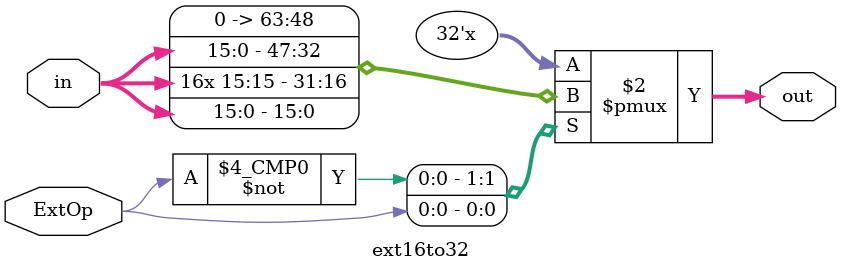
<source format=v>
module ext16to32(
    input ExtOp,
    input [15:0] in,
    output reg [31:0] out
);
    parameter Zero = 1'b0; // 无符号扩展
    parameter Sign = 1'b1; // 有符号扩展
    always @(*) begin
        case (ExtOp)
            Zero: begin
                out <= {{16{1'b0}}, in};
            end 
            Sign: begin
                out <= {{16{in[15]}}, in};
            end
            default: begin
                out <= 32'b0;
            end
        endcase
    end
endmodule

</source>
